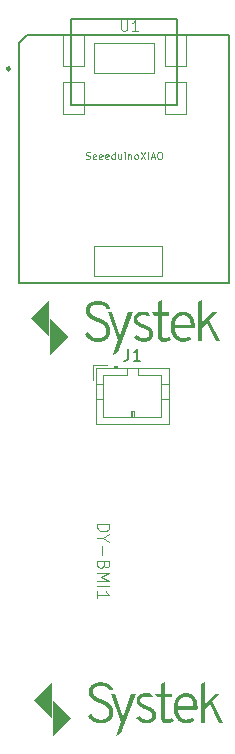
<source format=gbr>
%TF.GenerationSoftware,KiCad,Pcbnew,8.0.1*%
%TF.CreationDate,2024-04-20T15:27:58+02:00*%
%TF.ProjectId,systek_jumpsensor,73797374-656b-45f6-9a75-6d7073656e73,rev?*%
%TF.SameCoordinates,Original*%
%TF.FileFunction,Legend,Top*%
%TF.FilePolarity,Positive*%
%FSLAX46Y46*%
G04 Gerber Fmt 4.6, Leading zero omitted, Abs format (unit mm)*
G04 Created by KiCad (PCBNEW 8.0.1) date 2024-04-20 15:27:58*
%MOMM*%
%LPD*%
G01*
G04 APERTURE LIST*
%ADD10C,0.000000*%
%ADD11C,0.150000*%
%ADD12C,0.100000*%
%ADD13C,0.101600*%
%ADD14C,0.076200*%
%ADD15C,0.120000*%
%ADD16C,0.127000*%
%ADD17C,0.066040*%
%ADD18C,0.254000*%
G04 APERTURE END LIST*
D10*
G36*
X140167907Y-132294307D02*
G01*
X138639938Y-130764487D01*
X140167907Y-129234666D01*
X140167907Y-132294307D01*
G37*
G36*
X141771810Y-132294307D02*
G01*
X140241991Y-133824128D01*
X140241991Y-130764487D01*
X141771810Y-132294307D01*
G37*
G36*
X151602661Y-130187808D02*
G01*
X151653344Y-130191321D01*
X151702859Y-130197173D01*
X151751211Y-130205360D01*
X151798402Y-130215881D01*
X151844434Y-130228732D01*
X151889310Y-130243911D01*
X151933034Y-130261415D01*
X151975607Y-130281241D01*
X152017032Y-130303387D01*
X152057313Y-130327849D01*
X152096451Y-130354626D01*
X152134450Y-130383715D01*
X152171312Y-130415112D01*
X152207040Y-130448815D01*
X152241637Y-130484822D01*
X152274280Y-130523434D01*
X152304839Y-130564259D01*
X152333315Y-130607298D01*
X152359707Y-130652551D01*
X152384016Y-130700018D01*
X152406241Y-130749699D01*
X152426382Y-130801593D01*
X152444440Y-130855701D01*
X152460414Y-130912024D01*
X152474305Y-130970559D01*
X152486112Y-131031309D01*
X152495835Y-131094273D01*
X152503475Y-131159450D01*
X152509032Y-131226841D01*
X152512504Y-131296446D01*
X152513893Y-131368265D01*
X152513723Y-131399794D01*
X152513228Y-131430542D01*
X152512428Y-131460595D01*
X152511347Y-131490040D01*
X152508424Y-131547455D01*
X152504633Y-131603480D01*
X150845167Y-131603480D01*
X150851267Y-131651343D01*
X150858454Y-131697716D01*
X150866732Y-131742629D01*
X150876103Y-131786113D01*
X150886570Y-131828197D01*
X150898136Y-131868911D01*
X150910804Y-131908284D01*
X150924575Y-131946347D01*
X150939454Y-131983130D01*
X150955442Y-132018662D01*
X150972543Y-132052973D01*
X150990758Y-132086093D01*
X151010092Y-132118052D01*
X151030546Y-132148879D01*
X151052123Y-132178605D01*
X151074826Y-132207260D01*
X151098549Y-132234478D01*
X151123186Y-132259881D01*
X151148741Y-132283478D01*
X151175215Y-132305275D01*
X151202611Y-132325282D01*
X151230933Y-132343507D01*
X151260182Y-132359957D01*
X151290362Y-132374641D01*
X151321475Y-132387568D01*
X151353525Y-132398744D01*
X151386513Y-132408178D01*
X151420442Y-132415879D01*
X151455316Y-132421855D01*
X151491136Y-132426113D01*
X151527906Y-132428662D01*
X151565628Y-132429509D01*
X151594365Y-132429032D01*
X151622930Y-132427603D01*
X151651328Y-132425224D01*
X151679560Y-132421899D01*
X151707629Y-132417629D01*
X151735538Y-132412417D01*
X151763290Y-132406268D01*
X151790887Y-132399182D01*
X151818332Y-132391162D01*
X151845628Y-132382213D01*
X151872778Y-132372335D01*
X151899784Y-132361532D01*
X151926648Y-132349807D01*
X151953375Y-132337162D01*
X151979965Y-132323600D01*
X152006423Y-132309124D01*
X152295347Y-132462847D01*
X152253066Y-132496162D01*
X152210256Y-132527348D01*
X152166909Y-132556401D01*
X152123017Y-132583319D01*
X152078571Y-132608099D01*
X152033563Y-132630739D01*
X151987986Y-132651235D01*
X151941831Y-132669586D01*
X151895090Y-132685787D01*
X151847755Y-132699837D01*
X151799817Y-132711734D01*
X151751269Y-132721473D01*
X151702103Y-132729053D01*
X151652309Y-132734470D01*
X151601881Y-132737723D01*
X151550810Y-132738807D01*
X151491818Y-132737353D01*
X151434299Y-132732991D01*
X151378250Y-132725720D01*
X151323669Y-132715540D01*
X151270553Y-132702453D01*
X151218900Y-132686457D01*
X151168706Y-132667553D01*
X151119969Y-132645740D01*
X151072686Y-132621019D01*
X151026855Y-132593390D01*
X150982472Y-132562852D01*
X150939536Y-132529406D01*
X150898042Y-132493051D01*
X150857990Y-132453789D01*
X150819375Y-132411618D01*
X150782195Y-132366538D01*
X150746882Y-132319375D01*
X150713867Y-132270953D01*
X150683147Y-132221273D01*
X150654720Y-132170333D01*
X150628582Y-132118135D01*
X150604732Y-132064678D01*
X150583166Y-132009962D01*
X150563881Y-131953987D01*
X150546875Y-131896753D01*
X150532146Y-131838261D01*
X150519690Y-131778509D01*
X150509505Y-131717499D01*
X150501588Y-131655230D01*
X150495936Y-131591702D01*
X150492547Y-131526915D01*
X150491418Y-131460869D01*
X150492547Y-131387227D01*
X150495936Y-131315622D01*
X150496625Y-131307147D01*
X150834054Y-131307147D01*
X152173110Y-131307147D01*
X152172025Y-131252584D01*
X152169467Y-131200023D01*
X152165439Y-131149469D01*
X152159942Y-131100929D01*
X152152981Y-131054407D01*
X152144558Y-131009909D01*
X152134674Y-130967441D01*
X152123334Y-130927007D01*
X152110540Y-130888613D01*
X152096295Y-130852265D01*
X152080600Y-130817968D01*
X152063460Y-130785728D01*
X152044876Y-130755549D01*
X152024852Y-130727438D01*
X152003390Y-130701399D01*
X151980493Y-130677439D01*
X151956682Y-130655194D01*
X151932476Y-130634306D01*
X151907868Y-130614784D01*
X151882853Y-130596642D01*
X151857426Y-130579888D01*
X151831581Y-130564534D01*
X151805313Y-130550591D01*
X151778616Y-130538069D01*
X151751485Y-130526980D01*
X151723914Y-130517335D01*
X151695898Y-130509143D01*
X151667433Y-130502417D01*
X151638511Y-130497166D01*
X151609128Y-130493402D01*
X151579279Y-130491136D01*
X151548957Y-130490378D01*
X151511497Y-130491202D01*
X151474827Y-130493670D01*
X151438954Y-130497777D01*
X151403887Y-130503516D01*
X151369634Y-130510884D01*
X151336203Y-130519874D01*
X151303602Y-130530481D01*
X151271839Y-130542700D01*
X151240923Y-130556524D01*
X151210862Y-130571950D01*
X151181663Y-130588970D01*
X151153335Y-130607580D01*
X151125886Y-130627775D01*
X151099325Y-130649549D01*
X151073658Y-130672896D01*
X151048895Y-130697812D01*
X151024955Y-130724188D01*
X151002441Y-130751949D01*
X150981349Y-130781131D01*
X150961674Y-130811773D01*
X150943409Y-130843912D01*
X150926549Y-130877587D01*
X150911090Y-130912835D01*
X150897025Y-130949695D01*
X150884348Y-130988204D01*
X150873056Y-131028401D01*
X150863142Y-131070323D01*
X150854600Y-131114009D01*
X150847426Y-131159496D01*
X150841614Y-131206823D01*
X150837158Y-131256027D01*
X150834054Y-131307147D01*
X150496625Y-131307147D01*
X150501588Y-131246052D01*
X150509505Y-131178514D01*
X150519690Y-131113005D01*
X150532146Y-131049523D01*
X150546875Y-130988064D01*
X150563881Y-130928627D01*
X150583166Y-130871209D01*
X150604732Y-130815806D01*
X150628582Y-130762416D01*
X150654720Y-130711036D01*
X150683147Y-130661665D01*
X150713867Y-130614298D01*
X150746882Y-130568933D01*
X150782195Y-130525568D01*
X150819375Y-130484525D01*
X150857990Y-130446131D01*
X150898042Y-130410384D01*
X150939536Y-130377286D01*
X150982472Y-130346835D01*
X151026855Y-130319032D01*
X151072686Y-130293877D01*
X151119969Y-130271370D01*
X151168706Y-130251510D01*
X151218900Y-130234299D01*
X151270553Y-130219736D01*
X151323669Y-130207820D01*
X151378250Y-130198552D01*
X151434299Y-130191933D01*
X151491818Y-130187961D01*
X151550810Y-130186637D01*
X151602661Y-130187808D01*
G37*
G36*
X139921965Y-100004130D02*
G01*
X138393996Y-98474310D01*
X139921965Y-96944489D01*
X139921965Y-100004130D01*
G37*
G36*
X144377800Y-129284686D02*
G01*
X144427728Y-129287166D01*
X144478919Y-129290807D01*
X144531001Y-129295706D01*
X144583598Y-129301963D01*
X144636336Y-129309673D01*
X144688841Y-129318935D01*
X144740739Y-129329847D01*
X144791654Y-129342506D01*
X144841212Y-129357010D01*
X144889040Y-129373456D01*
X144934763Y-129391942D01*
X144978005Y-129412567D01*
X145018394Y-129435427D01*
X145055554Y-129460620D01*
X145096929Y-129492651D01*
X145139998Y-129529002D01*
X145161936Y-129549441D01*
X145184021Y-129571734D01*
X145206160Y-129596137D01*
X145228261Y-129622909D01*
X145250232Y-129652306D01*
X145271980Y-129684588D01*
X145293414Y-129720011D01*
X145314441Y-129758834D01*
X145334968Y-129801314D01*
X145354904Y-129847709D01*
X145374157Y-129898276D01*
X145392633Y-129953274D01*
X145055554Y-129953274D01*
X145046492Y-129932537D01*
X145037312Y-129912658D01*
X145027943Y-129893582D01*
X145018310Y-129875255D01*
X145008341Y-129857622D01*
X144997963Y-129840629D01*
X144987101Y-129824223D01*
X144975683Y-129808348D01*
X144963636Y-129792951D01*
X144950886Y-129777977D01*
X144937361Y-129763372D01*
X144922986Y-129749082D01*
X144907688Y-129735052D01*
X144891395Y-129721228D01*
X144874034Y-129707556D01*
X144855530Y-129693982D01*
X144833288Y-129679814D01*
X144807737Y-129666498D01*
X144779169Y-129654061D01*
X144747877Y-129642529D01*
X144714154Y-129631931D01*
X144678293Y-129622294D01*
X144640588Y-129613644D01*
X144601330Y-129606009D01*
X144560814Y-129599415D01*
X144519332Y-129593890D01*
X144477177Y-129589462D01*
X144434643Y-129586156D01*
X144392021Y-129584001D01*
X144349606Y-129583024D01*
X144307690Y-129583251D01*
X144266566Y-129584709D01*
X144230907Y-129587061D01*
X144196165Y-129589976D01*
X144162346Y-129593500D01*
X144129454Y-129597674D01*
X144097496Y-129602543D01*
X144066476Y-129608150D01*
X144036400Y-129614538D01*
X144007274Y-129621751D01*
X143979103Y-129629832D01*
X143951893Y-129638825D01*
X143925648Y-129648773D01*
X143900375Y-129659719D01*
X143876078Y-129671707D01*
X143852763Y-129684780D01*
X143830436Y-129698981D01*
X143809101Y-129714355D01*
X143788917Y-129730676D01*
X143770034Y-129747689D01*
X143752454Y-129765391D01*
X143736176Y-129783779D01*
X143721200Y-129802851D01*
X143707526Y-129822604D01*
X143695155Y-129843036D01*
X143684086Y-129864142D01*
X143674319Y-129885922D01*
X143665854Y-129908372D01*
X143658692Y-129931489D01*
X143652832Y-129955271D01*
X143648274Y-129979714D01*
X143645018Y-130004817D01*
X143643065Y-130030577D01*
X143642414Y-130056991D01*
X143642652Y-130073182D01*
X143643365Y-130089116D01*
X143644550Y-130104795D01*
X143646205Y-130120222D01*
X143648326Y-130135399D01*
X143650911Y-130150329D01*
X143653957Y-130165015D01*
X143657462Y-130179459D01*
X143661423Y-130193665D01*
X143665836Y-130207635D01*
X143670700Y-130221371D01*
X143676012Y-130234877D01*
X143681769Y-130248155D01*
X143687968Y-130261208D01*
X143694606Y-130274039D01*
X143701681Y-130286649D01*
X143709539Y-130299085D01*
X143717836Y-130311388D01*
X143726578Y-130323555D01*
X143735771Y-130335584D01*
X143745419Y-130347472D01*
X143755528Y-130359217D01*
X143766105Y-130370814D01*
X143777153Y-130382263D01*
X143788679Y-130393559D01*
X143800687Y-130404701D01*
X143813184Y-130415686D01*
X143826175Y-130426510D01*
X143839665Y-130437172D01*
X143853660Y-130447668D01*
X143868165Y-130457996D01*
X143883185Y-130468153D01*
X143913570Y-130487860D01*
X143943609Y-130506700D01*
X143973300Y-130524671D01*
X144002644Y-130541774D01*
X144031641Y-130558008D01*
X144060290Y-130573375D01*
X144088593Y-130587873D01*
X144116548Y-130601503D01*
X144176596Y-130628966D01*
X144245499Y-130658686D01*
X144323083Y-130690837D01*
X144409176Y-130725593D01*
X144457710Y-130744515D01*
X144504703Y-130763763D01*
X144550177Y-130783315D01*
X144594153Y-130803149D01*
X144636654Y-130823243D01*
X144677700Y-130843577D01*
X144717314Y-130864127D01*
X144755517Y-130884872D01*
X144793021Y-130906482D01*
X144830526Y-130929611D01*
X144868031Y-130954217D01*
X144905535Y-130980254D01*
X144943040Y-131007681D01*
X144980545Y-131036454D01*
X145018050Y-131066528D01*
X145055554Y-131097862D01*
X145074047Y-131114358D01*
X145092025Y-131131207D01*
X145109492Y-131148413D01*
X145126455Y-131165984D01*
X145142918Y-131183923D01*
X145158888Y-131202237D01*
X145174369Y-131220930D01*
X145189368Y-131240009D01*
X145203889Y-131259479D01*
X145217937Y-131279344D01*
X145231520Y-131299611D01*
X145244641Y-131320285D01*
X145257306Y-131341372D01*
X145269520Y-131362876D01*
X145281290Y-131384804D01*
X145292620Y-131407160D01*
X145302713Y-131429906D01*
X145312154Y-131452999D01*
X145320944Y-131476439D01*
X145329083Y-131500227D01*
X145336571Y-131524362D01*
X145343408Y-131548844D01*
X145349594Y-131573674D01*
X145355128Y-131598851D01*
X145360012Y-131624375D01*
X145364244Y-131650246D01*
X145367825Y-131676464D01*
X145370755Y-131703030D01*
X145373034Y-131729943D01*
X145374662Y-131757203D01*
X145375639Y-131784811D01*
X145375964Y-131812766D01*
X145374835Y-131866222D01*
X145371446Y-131918241D01*
X145365795Y-131968816D01*
X145357878Y-132017942D01*
X145347692Y-132065614D01*
X145335237Y-132111827D01*
X145320507Y-132156574D01*
X145303501Y-132199852D01*
X145284217Y-132241653D01*
X145262651Y-132281973D01*
X145238800Y-132320806D01*
X145212662Y-132358147D01*
X145184235Y-132393990D01*
X145153515Y-132428331D01*
X145120500Y-132461163D01*
X145085187Y-132492481D01*
X145048029Y-132522411D01*
X145009480Y-132550391D01*
X144969535Y-132576423D01*
X144928194Y-132600509D01*
X144885453Y-132622653D01*
X144841309Y-132642858D01*
X144795760Y-132661125D01*
X144748802Y-132677458D01*
X144700434Y-132691859D01*
X144650653Y-132704331D01*
X144599455Y-132714877D01*
X144546838Y-132723499D01*
X144492800Y-132730201D01*
X144437338Y-132734984D01*
X144380448Y-132737852D01*
X144322129Y-132738808D01*
X144271840Y-132738027D01*
X144222376Y-132735690D01*
X144173737Y-132731800D01*
X144125923Y-132726364D01*
X144078934Y-132719387D01*
X144032769Y-132710875D01*
X143987429Y-132700832D01*
X143942914Y-132689264D01*
X143899224Y-132676178D01*
X143856358Y-132661577D01*
X143814317Y-132645468D01*
X143773101Y-132627856D01*
X143732710Y-132608747D01*
X143693143Y-132588145D01*
X143654401Y-132566056D01*
X143616484Y-132542487D01*
X143582735Y-132519631D01*
X143550247Y-132496206D01*
X143519024Y-132472206D01*
X143489067Y-132447625D01*
X143460380Y-132422459D01*
X143432966Y-132396700D01*
X143406826Y-132370345D01*
X143381965Y-132343388D01*
X143358384Y-132315823D01*
X143336086Y-132287644D01*
X143315074Y-132258847D01*
X143295351Y-132229427D01*
X143276919Y-132199376D01*
X143259782Y-132168691D01*
X143243941Y-132137366D01*
X143229399Y-132105395D01*
X143525732Y-131946116D01*
X143539320Y-131973876D01*
X143553695Y-132000900D01*
X143568861Y-132027193D01*
X143584825Y-132052755D01*
X143601593Y-132077590D01*
X143619169Y-132101701D01*
X143637558Y-132125091D01*
X143656767Y-132147761D01*
X143676801Y-132169715D01*
X143697665Y-132190956D01*
X143719365Y-132211486D01*
X143741905Y-132231307D01*
X143765292Y-132250424D01*
X143789531Y-132268837D01*
X143814627Y-132286551D01*
X143840586Y-132303567D01*
X143867218Y-132319715D01*
X143894333Y-132334821D01*
X143921936Y-132348886D01*
X143950033Y-132361908D01*
X143978629Y-132373889D01*
X144007730Y-132384828D01*
X144037340Y-132394725D01*
X144067466Y-132403580D01*
X144098114Y-132411394D01*
X144129287Y-132418165D01*
X144160992Y-132423895D01*
X144193235Y-132428583D01*
X144226019Y-132432230D01*
X144259352Y-132434834D01*
X144293239Y-132436397D01*
X144327684Y-132436918D01*
X144368119Y-132436309D01*
X144407469Y-132434480D01*
X144445733Y-132431424D01*
X144482912Y-132427137D01*
X144519006Y-132421612D01*
X144554015Y-132414845D01*
X144587939Y-132406830D01*
X144620777Y-132397561D01*
X144652530Y-132387034D01*
X144683198Y-132375242D01*
X144712781Y-132362180D01*
X144741278Y-132347844D01*
X144768690Y-132332227D01*
X144795017Y-132315324D01*
X144820259Y-132297130D01*
X144844416Y-132277638D01*
X144867292Y-132256976D01*
X144888692Y-132235272D01*
X144908616Y-132212526D01*
X144927065Y-132188738D01*
X144944038Y-132163909D01*
X144959534Y-132138038D01*
X144973555Y-132111125D01*
X144986100Y-132083170D01*
X144997170Y-132054173D01*
X145006763Y-132024135D01*
X145014880Y-131993054D01*
X145021522Y-131960932D01*
X145026687Y-131927768D01*
X145030377Y-131893563D01*
X145032591Y-131858315D01*
X145033329Y-131822026D01*
X145032526Y-131787321D01*
X145030117Y-131753358D01*
X145026102Y-131720137D01*
X145020480Y-131687663D01*
X145013253Y-131655937D01*
X145004419Y-131624963D01*
X144993980Y-131594744D01*
X144981934Y-131565281D01*
X144968282Y-131536577D01*
X144953024Y-131508637D01*
X144936160Y-131481461D01*
X144917690Y-131455053D01*
X144897614Y-131429415D01*
X144875931Y-131404551D01*
X144852643Y-131380463D01*
X144827748Y-131357153D01*
X144801528Y-131334429D01*
X144774262Y-131312102D01*
X144745942Y-131290177D01*
X144716565Y-131268658D01*
X144686124Y-131247552D01*
X144654614Y-131226863D01*
X144622030Y-131206598D01*
X144588366Y-131186761D01*
X144553617Y-131167359D01*
X144517777Y-131148396D01*
X144480841Y-131129878D01*
X144442804Y-131111810D01*
X144403659Y-131094198D01*
X144363403Y-131077047D01*
X144322029Y-131060363D01*
X144279531Y-131044151D01*
X144229004Y-131025319D01*
X144180213Y-131006357D01*
X144133158Y-130987308D01*
X144087840Y-130968215D01*
X144044258Y-130949123D01*
X144002413Y-130930074D01*
X143962304Y-130911112D01*
X143923931Y-130892280D01*
X143886340Y-130872837D01*
X143848574Y-130852026D01*
X143810636Y-130829870D01*
X143772523Y-130806390D01*
X143734237Y-130781607D01*
X143695777Y-130755544D01*
X143657144Y-130728222D01*
X143618337Y-130699663D01*
X143599499Y-130684884D01*
X143581187Y-130669719D01*
X143563407Y-130654174D01*
X143546164Y-130638255D01*
X143529463Y-130621967D01*
X143513311Y-130605315D01*
X143497712Y-130588306D01*
X143482672Y-130570943D01*
X143468196Y-130553234D01*
X143454290Y-130535182D01*
X143440959Y-130516794D01*
X143428209Y-130498075D01*
X143416045Y-130479031D01*
X143404472Y-130459666D01*
X143393496Y-130439987D01*
X143383123Y-130419999D01*
X143373356Y-130399706D01*
X143364200Y-130379115D01*
X143355657Y-130358232D01*
X143347730Y-130337060D01*
X143340422Y-130315607D01*
X143333735Y-130293876D01*
X143327672Y-130271875D01*
X143322235Y-130249607D01*
X143317428Y-130227079D01*
X143313253Y-130204296D01*
X143309713Y-130181264D01*
X143306811Y-130157987D01*
X143304549Y-130134471D01*
X143302929Y-130110723D01*
X143301956Y-130086746D01*
X143301631Y-130062547D01*
X143302672Y-130021961D01*
X143305798Y-129982159D01*
X143311007Y-129943143D01*
X143318299Y-129904917D01*
X143327676Y-129867484D01*
X143339135Y-129830845D01*
X143352679Y-129795004D01*
X143368306Y-129759963D01*
X143386016Y-129725725D01*
X143405810Y-129692293D01*
X143427688Y-129659670D01*
X143451649Y-129627857D01*
X143477694Y-129596859D01*
X143505823Y-129566677D01*
X143536035Y-129537314D01*
X143568330Y-129508774D01*
X143602384Y-129481514D01*
X143637867Y-129455993D01*
X143674777Y-129432214D01*
X143713112Y-129410179D01*
X143752868Y-129389892D01*
X143794043Y-129371354D01*
X143836634Y-129354569D01*
X143880639Y-129339540D01*
X143926054Y-129326268D01*
X143972877Y-129314757D01*
X144021106Y-129305010D01*
X144070738Y-129297028D01*
X144121769Y-129290816D01*
X144174198Y-129286375D01*
X144228021Y-129283709D01*
X144283235Y-129282820D01*
X144377800Y-129284686D01*
G37*
G36*
X149493529Y-97961283D02*
G01*
X150123238Y-97961283D01*
X150123238Y-98257616D01*
X149493529Y-98257616D01*
X149493529Y-99746691D01*
X149493746Y-99769632D01*
X149494394Y-99791919D01*
X149495471Y-99813549D01*
X149496973Y-99834521D01*
X149498899Y-99854830D01*
X149501245Y-99874474D01*
X149504010Y-99893451D01*
X149507189Y-99911758D01*
X149510780Y-99929392D01*
X149514782Y-99946351D01*
X149519190Y-99962631D01*
X149524002Y-99978231D01*
X149529217Y-99993146D01*
X149534829Y-100007376D01*
X149540838Y-100020916D01*
X149547241Y-100033764D01*
X149554251Y-100045875D01*
X149562086Y-100057205D01*
X149570746Y-100067753D01*
X149580231Y-100077520D01*
X149590541Y-100086505D01*
X149601675Y-100094709D01*
X149613634Y-100102132D01*
X149626418Y-100108774D01*
X149640026Y-100114634D01*
X149654459Y-100119712D01*
X149669717Y-100124010D01*
X149685800Y-100127526D01*
X149702707Y-100130261D01*
X149720440Y-100132214D01*
X149738997Y-100133386D01*
X149758378Y-100133777D01*
X149778042Y-100133213D01*
X149798140Y-100131523D01*
X149818672Y-100128710D01*
X149839638Y-100124777D01*
X149861038Y-100119725D01*
X149882873Y-100113559D01*
X149905141Y-100106281D01*
X149927844Y-100097892D01*
X149950980Y-100088397D01*
X149974551Y-100077798D01*
X149998556Y-100066097D01*
X150022995Y-100053297D01*
X150047868Y-100039402D01*
X150073175Y-100024413D01*
X150098916Y-100008333D01*
X150125091Y-99991166D01*
X150265849Y-100257867D01*
X150201338Y-100291446D01*
X150142252Y-100320834D01*
X150088158Y-100346309D01*
X150038622Y-100368152D01*
X149993210Y-100386642D01*
X149951487Y-100402058D01*
X149913020Y-100414679D01*
X149877375Y-100424785D01*
X149844117Y-100432656D01*
X149812813Y-100438571D01*
X149783027Y-100442809D01*
X149754327Y-100445650D01*
X149726278Y-100447373D01*
X149698446Y-100448258D01*
X149641697Y-100448631D01*
X149612126Y-100448088D01*
X149583487Y-100446460D01*
X149555783Y-100443746D01*
X149529013Y-100439946D01*
X149503178Y-100435059D01*
X149478278Y-100429085D01*
X149454313Y-100422024D01*
X149431283Y-100413875D01*
X149409190Y-100404639D01*
X149388033Y-100394314D01*
X149367813Y-100382901D01*
X149348529Y-100370398D01*
X149330183Y-100356807D01*
X149312775Y-100342126D01*
X149296305Y-100326354D01*
X149280773Y-100309493D01*
X149266180Y-100291541D01*
X149252525Y-100272498D01*
X149239811Y-100252364D01*
X149228035Y-100231138D01*
X149217200Y-100208820D01*
X149207306Y-100185409D01*
X149198352Y-100160906D01*
X149190339Y-100135310D01*
X149183268Y-100108621D01*
X149177138Y-100080838D01*
X149167705Y-100021990D01*
X149162044Y-99958762D01*
X149160156Y-99891154D01*
X149160156Y-98257616D01*
X148830484Y-98257616D01*
X148673057Y-97961283D01*
X149160155Y-97961283D01*
X149160155Y-97114880D01*
X149493529Y-96948193D01*
X149493529Y-97961283D01*
G37*
G36*
X146116799Y-131981305D02*
G01*
X146124758Y-132006771D01*
X146134626Y-132036404D01*
X146146230Y-132070899D01*
X146159397Y-132110950D01*
X146173288Y-132150510D01*
X146184400Y-132182950D01*
X146192735Y-132208098D01*
X146198290Y-132225780D01*
X146283486Y-131979453D01*
X146907638Y-130251460D01*
X147265091Y-130251460D01*
X146022342Y-133611139D01*
X145611179Y-133825980D01*
X146053828Y-132609161D01*
X145161123Y-130251460D01*
X145500054Y-130251460D01*
X146116799Y-131981305D01*
G37*
G36*
X147927365Y-97898586D02*
G01*
X147963548Y-97899378D01*
X148031630Y-97902334D01*
X148094634Y-97906809D01*
X148153318Y-97912434D01*
X148208443Y-97918840D01*
X148260768Y-97925659D01*
X148360057Y-97939057D01*
X148528596Y-98255764D01*
X148454936Y-98250479D01*
X148375481Y-98242307D01*
X148206566Y-98221732D01*
X148120795Y-98211541D01*
X148036608Y-98202892D01*
X147955850Y-98196891D01*
X147917334Y-98195230D01*
X147880367Y-98194645D01*
X147854668Y-98194971D01*
X147829659Y-98195951D01*
X147805333Y-98197587D01*
X147781685Y-98199883D01*
X147758711Y-98202841D01*
X147736403Y-98206463D01*
X147714758Y-98210753D01*
X147693769Y-98215713D01*
X147673431Y-98221345D01*
X147653739Y-98227654D01*
X147634688Y-98234640D01*
X147616271Y-98242307D01*
X147598483Y-98250659D01*
X147581320Y-98259696D01*
X147564775Y-98269423D01*
X147548843Y-98279841D01*
X147533694Y-98290845D01*
X147519503Y-98302327D01*
X147506272Y-98314286D01*
X147494004Y-98326722D01*
X147482702Y-98339636D01*
X147472369Y-98353028D01*
X147463007Y-98366896D01*
X147454619Y-98381243D01*
X147447207Y-98396067D01*
X147440775Y-98411368D01*
X147435325Y-98427147D01*
X147430860Y-98443404D01*
X147427382Y-98460137D01*
X147424895Y-98477349D01*
X147423400Y-98495038D01*
X147422902Y-98513204D01*
X147423032Y-98522189D01*
X147423422Y-98531088D01*
X147424074Y-98539900D01*
X147424985Y-98548625D01*
X147426157Y-98557263D01*
X147427590Y-98565814D01*
X147429283Y-98574279D01*
X147431236Y-98582657D01*
X147433450Y-98590948D01*
X147435924Y-98599152D01*
X147438659Y-98607269D01*
X147441654Y-98615300D01*
X147444910Y-98623244D01*
X147448426Y-98631100D01*
X147452203Y-98638871D01*
X147456240Y-98646554D01*
X147460450Y-98654107D01*
X147464744Y-98661490D01*
X147469119Y-98668704D01*
X147473574Y-98675753D01*
X147478104Y-98682639D01*
X147482707Y-98689365D01*
X147487381Y-98695934D01*
X147492123Y-98702348D01*
X147496930Y-98708610D01*
X147501800Y-98714723D01*
X147506729Y-98720689D01*
X147511715Y-98726512D01*
X147516755Y-98732193D01*
X147521847Y-98737736D01*
X147526987Y-98743144D01*
X147532174Y-98748418D01*
X147537578Y-98753649D01*
X147543374Y-98758927D01*
X147549559Y-98764253D01*
X147556136Y-98769631D01*
X147570461Y-98780551D01*
X147586348Y-98791711D01*
X147603798Y-98803131D01*
X147622811Y-98814833D01*
X147643387Y-98826839D01*
X147665525Y-98839170D01*
X147687225Y-98851238D01*
X147707862Y-98862437D01*
X147727414Y-98872768D01*
X147745859Y-98882231D01*
X147763175Y-98890826D01*
X147779341Y-98898553D01*
X147794335Y-98905411D01*
X147808135Y-98911402D01*
X147838695Y-98923151D01*
X147877588Y-98938720D01*
X147980379Y-98979929D01*
X148047690Y-99006639D01*
X148107709Y-99031093D01*
X148160088Y-99053115D01*
X148204480Y-99072533D01*
X148225233Y-99082090D01*
X148247223Y-99092732D01*
X148270472Y-99104503D01*
X148295001Y-99117446D01*
X148320833Y-99131604D01*
X148347988Y-99147021D01*
X148376489Y-99163740D01*
X148406358Y-99181806D01*
X148435434Y-99200478D01*
X148462904Y-99219021D01*
X148476023Y-99228257D01*
X148488725Y-99237477D01*
X148501003Y-99246686D01*
X148512852Y-99255889D01*
X148524268Y-99265092D01*
X148535244Y-99274301D01*
X148545775Y-99283521D01*
X148555856Y-99292757D01*
X148565480Y-99302015D01*
X148574644Y-99311300D01*
X148583341Y-99320617D01*
X148591566Y-99329972D01*
X148607363Y-99349336D01*
X148622791Y-99369937D01*
X148637828Y-99391796D01*
X148652453Y-99414936D01*
X148666644Y-99439379D01*
X148680379Y-99465145D01*
X148693637Y-99492257D01*
X148706396Y-99520737D01*
X148712452Y-99535429D01*
X148718119Y-99550334D01*
X148723402Y-99565444D01*
X148728302Y-99580756D01*
X148732823Y-99596262D01*
X148736966Y-99611959D01*
X148740735Y-99627840D01*
X148744132Y-99643900D01*
X148747160Y-99660134D01*
X148749822Y-99676536D01*
X148752120Y-99693101D01*
X148754058Y-99709823D01*
X148755637Y-99726697D01*
X148756861Y-99743717D01*
X148758254Y-99778177D01*
X148757386Y-99815898D01*
X148754781Y-99852661D01*
X148750440Y-99888464D01*
X148744363Y-99923305D01*
X148736550Y-99957179D01*
X148727000Y-99990084D01*
X148715714Y-100022019D01*
X148702691Y-100052979D01*
X148687933Y-100082963D01*
X148671437Y-100111967D01*
X148653206Y-100139989D01*
X148633238Y-100167027D01*
X148611534Y-100193077D01*
X148588094Y-100218136D01*
X148562917Y-100242203D01*
X148536004Y-100265274D01*
X148507635Y-100287151D01*
X148478090Y-100307637D01*
X148447361Y-100326728D01*
X148415445Y-100344422D01*
X148382334Y-100360715D01*
X148348024Y-100375607D01*
X148312510Y-100389093D01*
X148275786Y-100401170D01*
X148237846Y-100411837D01*
X148198686Y-100421091D01*
X148158299Y-100428928D01*
X148116681Y-100435347D01*
X148073825Y-100440344D01*
X148029727Y-100443916D01*
X147984381Y-100446062D01*
X147937781Y-100446778D01*
X147878182Y-100445128D01*
X147819537Y-100440176D01*
X147761848Y-100431920D01*
X147705113Y-100420357D01*
X147649334Y-100405483D01*
X147594509Y-100387298D01*
X147540640Y-100365797D01*
X147487725Y-100340977D01*
X147435766Y-100312838D01*
X147384761Y-100281374D01*
X147334711Y-100246585D01*
X147285617Y-100208467D01*
X147237477Y-100167017D01*
X147190292Y-100122233D01*
X147144062Y-100074112D01*
X147098787Y-100022651D01*
X147382156Y-99872632D01*
X147415059Y-99906599D01*
X147448476Y-99938356D01*
X147482404Y-99967904D01*
X147516837Y-99995246D01*
X147551769Y-100020385D01*
X147587194Y-100043324D01*
X147623108Y-100064066D01*
X147659505Y-100082612D01*
X147696379Y-100098967D01*
X147733726Y-100113132D01*
X147771539Y-100125110D01*
X147809813Y-100134904D01*
X147848543Y-100142518D01*
X147887724Y-100147952D01*
X147927349Y-100151211D01*
X147967414Y-100152297D01*
X147993176Y-100151928D01*
X148018372Y-100150824D01*
X148042997Y-100148988D01*
X148067050Y-100146422D01*
X148090528Y-100143129D01*
X148113428Y-100139111D01*
X148135748Y-100134372D01*
X148157484Y-100128914D01*
X148178634Y-100122740D01*
X148199196Y-100115852D01*
X148219166Y-100108253D01*
X148238542Y-100099946D01*
X148257321Y-100090934D01*
X148275500Y-100081220D01*
X148293077Y-100070805D01*
X148310049Y-100059693D01*
X148326197Y-100047930D01*
X148341303Y-100035561D01*
X148355368Y-100022591D01*
X148368390Y-100009021D01*
X148380371Y-99994854D01*
X148391309Y-99980093D01*
X148401207Y-99964740D01*
X148410062Y-99948799D01*
X148417875Y-99932272D01*
X148424647Y-99915161D01*
X148430377Y-99897470D01*
X148435065Y-99879201D01*
X148438711Y-99860357D01*
X148441316Y-99840940D01*
X148442878Y-99820954D01*
X148443399Y-99800401D01*
X148443204Y-99787291D01*
X148442621Y-99774356D01*
X148441653Y-99761594D01*
X148440303Y-99749005D01*
X148438572Y-99736591D01*
X148436465Y-99724350D01*
X148433983Y-99712282D01*
X148431129Y-99700388D01*
X148427907Y-99688668D01*
X148424318Y-99677121D01*
X148420366Y-99665748D01*
X148416052Y-99654549D01*
X148411381Y-99643523D01*
X148406354Y-99632671D01*
X148400975Y-99621993D01*
X148395245Y-99611488D01*
X148389125Y-99601135D01*
X148382571Y-99590909D01*
X148375582Y-99580808D01*
X148368159Y-99570829D01*
X148360303Y-99560970D01*
X148352012Y-99551227D01*
X148343287Y-99541598D01*
X148334128Y-99532080D01*
X148324534Y-99522671D01*
X148314507Y-99513367D01*
X148304046Y-99504167D01*
X148293150Y-99495067D01*
X148281821Y-99486065D01*
X148270057Y-99477158D01*
X148257859Y-99468343D01*
X148245227Y-99459617D01*
X148219877Y-99442771D01*
X148195221Y-99426945D01*
X148171260Y-99412118D01*
X148147993Y-99398267D01*
X148125421Y-99385371D01*
X148103543Y-99373409D01*
X148082359Y-99362358D01*
X148061871Y-99352197D01*
X148017740Y-99332750D01*
X147965795Y-99310524D01*
X147905862Y-99285521D01*
X147837769Y-99257740D01*
X147755496Y-99222637D01*
X147717279Y-99205813D01*
X147681036Y-99189445D01*
X147646791Y-99173510D01*
X147614564Y-99157988D01*
X147584377Y-99142857D01*
X147556253Y-99128094D01*
X147529075Y-99113610D01*
X147501703Y-99097998D01*
X147474113Y-99081344D01*
X147446285Y-99063734D01*
X147418196Y-99045257D01*
X147389825Y-99025998D01*
X147361151Y-99006045D01*
X147332150Y-98985484D01*
X147317825Y-98974915D01*
X147304014Y-98964047D01*
X147290714Y-98952887D01*
X147277919Y-98941439D01*
X147265623Y-98929709D01*
X147253820Y-98917702D01*
X147242506Y-98905424D01*
X147231675Y-98892880D01*
X147221321Y-98880075D01*
X147211439Y-98867016D01*
X147202024Y-98853707D01*
X147193071Y-98840153D01*
X147184573Y-98826361D01*
X147176525Y-98812336D01*
X147168922Y-98798083D01*
X147161759Y-98783607D01*
X147155031Y-98768892D01*
X147148736Y-98753919D01*
X147142876Y-98738692D01*
X147137450Y-98723212D01*
X147132458Y-98707482D01*
X147127900Y-98691506D01*
X147123776Y-98675285D01*
X147120087Y-98658823D01*
X147116831Y-98642122D01*
X147114009Y-98625185D01*
X147111622Y-98608015D01*
X147109668Y-98590614D01*
X147108149Y-98572985D01*
X147107064Y-98555132D01*
X147106413Y-98537055D01*
X147106196Y-98518759D01*
X147107043Y-98484771D01*
X147109585Y-98451567D01*
X147113826Y-98419149D01*
X147119768Y-98387521D01*
X147127414Y-98356686D01*
X147136766Y-98326645D01*
X147147827Y-98297402D01*
X147160601Y-98268959D01*
X147175089Y-98241319D01*
X147191294Y-98214486D01*
X147209219Y-98188460D01*
X147228867Y-98163246D01*
X147250241Y-98138845D01*
X147273343Y-98115262D01*
X147298175Y-98092497D01*
X147324742Y-98070555D01*
X147352654Y-98049697D01*
X147381527Y-98030185D01*
X147411366Y-98012019D01*
X147442175Y-97995198D01*
X147473962Y-97979723D01*
X147506731Y-97965594D01*
X147540487Y-97952810D01*
X147575236Y-97941372D01*
X147610984Y-97931280D01*
X147647735Y-97922533D01*
X147685496Y-97915132D01*
X147724271Y-97909077D01*
X147764066Y-97904367D01*
X147804887Y-97901003D01*
X147846739Y-97898984D01*
X147889627Y-97898311D01*
X147927365Y-97898586D01*
G37*
G36*
X148173307Y-130188763D02*
G01*
X148209490Y-130189555D01*
X148277572Y-130192511D01*
X148340576Y-130196986D01*
X148399260Y-130202611D01*
X148454385Y-130209017D01*
X148506710Y-130215836D01*
X148605999Y-130229234D01*
X148774538Y-130545941D01*
X148700878Y-130540656D01*
X148621423Y-130532484D01*
X148452508Y-130511909D01*
X148366737Y-130501718D01*
X148282550Y-130493069D01*
X148201792Y-130487068D01*
X148163276Y-130485407D01*
X148126309Y-130484822D01*
X148100610Y-130485148D01*
X148075601Y-130486128D01*
X148051275Y-130487764D01*
X148027627Y-130490060D01*
X148004653Y-130493018D01*
X147982345Y-130496640D01*
X147960700Y-130500930D01*
X147939711Y-130505890D01*
X147919373Y-130511522D01*
X147899681Y-130517831D01*
X147880630Y-130524817D01*
X147862213Y-130532484D01*
X147844425Y-130540836D01*
X147827262Y-130549873D01*
X147810717Y-130559600D01*
X147794785Y-130570018D01*
X147779636Y-130581022D01*
X147765445Y-130592504D01*
X147752214Y-130604463D01*
X147739946Y-130616899D01*
X147728644Y-130629813D01*
X147718311Y-130643205D01*
X147708949Y-130657073D01*
X147700561Y-130671420D01*
X147693149Y-130686244D01*
X147686717Y-130701545D01*
X147681267Y-130717324D01*
X147676802Y-130733581D01*
X147673324Y-130750314D01*
X147670837Y-130767526D01*
X147669342Y-130785215D01*
X147668844Y-130803381D01*
X147668974Y-130812366D01*
X147669364Y-130821265D01*
X147670016Y-130830077D01*
X147670927Y-130838802D01*
X147672099Y-130847440D01*
X147673532Y-130855991D01*
X147675225Y-130864456D01*
X147677178Y-130872834D01*
X147679392Y-130881125D01*
X147681866Y-130889329D01*
X147684601Y-130897446D01*
X147687596Y-130905477D01*
X147690852Y-130913421D01*
X147694368Y-130921277D01*
X147698145Y-130929048D01*
X147702182Y-130936731D01*
X147706392Y-130944284D01*
X147710686Y-130951667D01*
X147715061Y-130958881D01*
X147719516Y-130965930D01*
X147724046Y-130972816D01*
X147728649Y-130979542D01*
X147733323Y-130986111D01*
X147738065Y-130992525D01*
X147742872Y-130998787D01*
X147747742Y-131004900D01*
X147752671Y-131010866D01*
X147757657Y-131016689D01*
X147762697Y-131022370D01*
X147767789Y-131027913D01*
X147772929Y-131033321D01*
X147778116Y-131038595D01*
X147783520Y-131043826D01*
X147789316Y-131049104D01*
X147795501Y-131054430D01*
X147802078Y-131059808D01*
X147816403Y-131070728D01*
X147832290Y-131081888D01*
X147849740Y-131093308D01*
X147868753Y-131105010D01*
X147889329Y-131117016D01*
X147911467Y-131129347D01*
X147933167Y-131141415D01*
X147953804Y-131152614D01*
X147973356Y-131162945D01*
X147991801Y-131172408D01*
X148009117Y-131181003D01*
X148025283Y-131188730D01*
X148040277Y-131195588D01*
X148054077Y-131201579D01*
X148084637Y-131213328D01*
X148123530Y-131228897D01*
X148226321Y-131270106D01*
X148293632Y-131296816D01*
X148353651Y-131321270D01*
X148406030Y-131343292D01*
X148450422Y-131362710D01*
X148471175Y-131372267D01*
X148493165Y-131382909D01*
X148516414Y-131394680D01*
X148540943Y-131407623D01*
X148566775Y-131421781D01*
X148593930Y-131437198D01*
X148622431Y-131453917D01*
X148652300Y-131471983D01*
X148681376Y-131490655D01*
X148708846Y-131509198D01*
X148721965Y-131518434D01*
X148734667Y-131527654D01*
X148746945Y-131536863D01*
X148758794Y-131546066D01*
X148770210Y-131555269D01*
X148781186Y-131564478D01*
X148791717Y-131573698D01*
X148801798Y-131582934D01*
X148811422Y-131592192D01*
X148820586Y-131601477D01*
X148829283Y-131610794D01*
X148837508Y-131620149D01*
X148853305Y-131639513D01*
X148868733Y-131660114D01*
X148883770Y-131681973D01*
X148898395Y-131705113D01*
X148912586Y-131729556D01*
X148926321Y-131755322D01*
X148939579Y-131782434D01*
X148952338Y-131810914D01*
X148958394Y-131825606D01*
X148964061Y-131840511D01*
X148969344Y-131855621D01*
X148974244Y-131870933D01*
X148978765Y-131886439D01*
X148982908Y-131902136D01*
X148986677Y-131918017D01*
X148990074Y-131934077D01*
X148993102Y-131950311D01*
X148995764Y-131966713D01*
X148998062Y-131983278D01*
X149000000Y-132000000D01*
X149001579Y-132016874D01*
X149002803Y-132033894D01*
X149004196Y-132068354D01*
X149003328Y-132106075D01*
X149000723Y-132142838D01*
X148996382Y-132178641D01*
X148990305Y-132213482D01*
X148982492Y-132247356D01*
X148972942Y-132280261D01*
X148961656Y-132312196D01*
X148948633Y-132343156D01*
X148933875Y-132373140D01*
X148917379Y-132402144D01*
X148899148Y-132430166D01*
X148879180Y-132457204D01*
X148857476Y-132483254D01*
X148834036Y-132508313D01*
X148808859Y-132532380D01*
X148781946Y-132555451D01*
X148753577Y-132577328D01*
X148724032Y-132597814D01*
X148693303Y-132616905D01*
X148661387Y-132634599D01*
X148628276Y-132650892D01*
X148593966Y-132665784D01*
X148558452Y-132679270D01*
X148521728Y-132691347D01*
X148483788Y-132702014D01*
X148444628Y-132711268D01*
X148404241Y-132719105D01*
X148362623Y-132725524D01*
X148319767Y-132730521D01*
X148275669Y-132734093D01*
X148230323Y-132736239D01*
X148183723Y-132736955D01*
X148124124Y-132735305D01*
X148065479Y-132730353D01*
X148007790Y-132722097D01*
X147951055Y-132710534D01*
X147895276Y-132695660D01*
X147840451Y-132677475D01*
X147786582Y-132655974D01*
X147733667Y-132631154D01*
X147681708Y-132603015D01*
X147630703Y-132571551D01*
X147580653Y-132536762D01*
X147531559Y-132498644D01*
X147483419Y-132457194D01*
X147436234Y-132412410D01*
X147390004Y-132364289D01*
X147344729Y-132312828D01*
X147628098Y-132162809D01*
X147661001Y-132196776D01*
X147694418Y-132228533D01*
X147728346Y-132258081D01*
X147762779Y-132285423D01*
X147797711Y-132310562D01*
X147833136Y-132333501D01*
X147869050Y-132354243D01*
X147905447Y-132372789D01*
X147942321Y-132389144D01*
X147979668Y-132403309D01*
X148017481Y-132415287D01*
X148055755Y-132425081D01*
X148094485Y-132432695D01*
X148133666Y-132438129D01*
X148173291Y-132441388D01*
X148213356Y-132442474D01*
X148239118Y-132442105D01*
X148264314Y-132441001D01*
X148288939Y-132439165D01*
X148312992Y-132436599D01*
X148336470Y-132433306D01*
X148359370Y-132429288D01*
X148381690Y-132424549D01*
X148403426Y-132419091D01*
X148424576Y-132412917D01*
X148445138Y-132406029D01*
X148465108Y-132398430D01*
X148484484Y-132390123D01*
X148503263Y-132381111D01*
X148521442Y-132371397D01*
X148539019Y-132360982D01*
X148555991Y-132349870D01*
X148572139Y-132338107D01*
X148587245Y-132325738D01*
X148601310Y-132312768D01*
X148614332Y-132299198D01*
X148626313Y-132285031D01*
X148637251Y-132270270D01*
X148647149Y-132254917D01*
X148656004Y-132238976D01*
X148663817Y-132222449D01*
X148670589Y-132205338D01*
X148676319Y-132187647D01*
X148681007Y-132169378D01*
X148684653Y-132150534D01*
X148687258Y-132131117D01*
X148688820Y-132111131D01*
X148689341Y-132090578D01*
X148689146Y-132077468D01*
X148688563Y-132064533D01*
X148687595Y-132051771D01*
X148686245Y-132039182D01*
X148684514Y-132026768D01*
X148682407Y-132014527D01*
X148679925Y-132002459D01*
X148677071Y-131990565D01*
X148673849Y-131978845D01*
X148670260Y-131967298D01*
X148666308Y-131955925D01*
X148661994Y-131944726D01*
X148657323Y-131933700D01*
X148652296Y-131922848D01*
X148646917Y-131912170D01*
X148641187Y-131901665D01*
X148635067Y-131891312D01*
X148628513Y-131881086D01*
X148621524Y-131870985D01*
X148614101Y-131861006D01*
X148606245Y-131851147D01*
X148597954Y-131841404D01*
X148589229Y-131831775D01*
X148580070Y-131822257D01*
X148570476Y-131812848D01*
X148560449Y-131803544D01*
X148549988Y-131794344D01*
X148539092Y-131785244D01*
X148527763Y-131776242D01*
X148515999Y-131767335D01*
X148503801Y-131758520D01*
X148491169Y-131749794D01*
X148465819Y-131732948D01*
X148441163Y-131717122D01*
X148417202Y-131702295D01*
X148393935Y-131688444D01*
X148371363Y-131675548D01*
X148349485Y-131663586D01*
X148328301Y-131652535D01*
X148307813Y-131642374D01*
X148263682Y-131622927D01*
X148211737Y-131600701D01*
X148151804Y-131575698D01*
X148083711Y-131547917D01*
X148001438Y-131512814D01*
X147963221Y-131495990D01*
X147926978Y-131479622D01*
X147892733Y-131463687D01*
X147860506Y-131448165D01*
X147830319Y-131433034D01*
X147802195Y-131418271D01*
X147775017Y-131403787D01*
X147747645Y-131388175D01*
X147720055Y-131371521D01*
X147692227Y-131353911D01*
X147664138Y-131335434D01*
X147635767Y-131316175D01*
X147607093Y-131296222D01*
X147578092Y-131275661D01*
X147563767Y-131265092D01*
X147549956Y-131254224D01*
X147536656Y-131243064D01*
X147523861Y-131231616D01*
X147511565Y-131219886D01*
X147499762Y-131207879D01*
X147488448Y-131195601D01*
X147477617Y-131183057D01*
X147467263Y-131170252D01*
X147457381Y-131157193D01*
X147447966Y-131143884D01*
X147439013Y-131130330D01*
X147430515Y-131116538D01*
X147422467Y-131102513D01*
X147414864Y-131088260D01*
X147407701Y-131073784D01*
X147400973Y-131059069D01*
X147394678Y-131044096D01*
X147388818Y-131028869D01*
X147383392Y-131013389D01*
X147378400Y-130997659D01*
X147373842Y-130981683D01*
X147369718Y-130965462D01*
X147366029Y-130949000D01*
X147362773Y-130932299D01*
X147359951Y-130915362D01*
X147357564Y-130898192D01*
X147355610Y-130880791D01*
X147354091Y-130863162D01*
X147353006Y-130845309D01*
X147352355Y-130827232D01*
X147352138Y-130808936D01*
X147352985Y-130774948D01*
X147355527Y-130741744D01*
X147359768Y-130709326D01*
X147365710Y-130677698D01*
X147373356Y-130646863D01*
X147382708Y-130616822D01*
X147393769Y-130587579D01*
X147406543Y-130559136D01*
X147421031Y-130531496D01*
X147437236Y-130504663D01*
X147455161Y-130478637D01*
X147474809Y-130453423D01*
X147496183Y-130429022D01*
X147519285Y-130405439D01*
X147544117Y-130382674D01*
X147570684Y-130360732D01*
X147598596Y-130339874D01*
X147627469Y-130320362D01*
X147657308Y-130302196D01*
X147688117Y-130285375D01*
X147719904Y-130269900D01*
X147752673Y-130255771D01*
X147786429Y-130242987D01*
X147821178Y-130231549D01*
X147856926Y-130221457D01*
X147893677Y-130212710D01*
X147931438Y-130205309D01*
X147970213Y-130199254D01*
X148010008Y-130194544D01*
X148050829Y-130191180D01*
X148092681Y-130189161D01*
X148135569Y-130188488D01*
X148173307Y-130188763D01*
G37*
G36*
X141525868Y-100004130D02*
G01*
X139996049Y-101533951D01*
X139996049Y-98474310D01*
X141525868Y-100004130D01*
G37*
G36*
X151356719Y-97897631D02*
G01*
X151407402Y-97901144D01*
X151456917Y-97906996D01*
X151505269Y-97915183D01*
X151552460Y-97925704D01*
X151598492Y-97938555D01*
X151643368Y-97953734D01*
X151687092Y-97971238D01*
X151729665Y-97991064D01*
X151771090Y-98013210D01*
X151811371Y-98037672D01*
X151850509Y-98064449D01*
X151888508Y-98093538D01*
X151925370Y-98124935D01*
X151961098Y-98158638D01*
X151995695Y-98194645D01*
X152028338Y-98233257D01*
X152058897Y-98274082D01*
X152087373Y-98317121D01*
X152113765Y-98362374D01*
X152138074Y-98409841D01*
X152160299Y-98459522D01*
X152180440Y-98511416D01*
X152198498Y-98565524D01*
X152214472Y-98621847D01*
X152228363Y-98680382D01*
X152240170Y-98741132D01*
X152249893Y-98804096D01*
X152257533Y-98869273D01*
X152263090Y-98936664D01*
X152266562Y-99006269D01*
X152267951Y-99078088D01*
X152267781Y-99109617D01*
X152267286Y-99140365D01*
X152266486Y-99170418D01*
X152265405Y-99199863D01*
X152262482Y-99257278D01*
X152258691Y-99313303D01*
X150599225Y-99313303D01*
X150605325Y-99361166D01*
X150612512Y-99407539D01*
X150620790Y-99452452D01*
X150630161Y-99495936D01*
X150640628Y-99538020D01*
X150652194Y-99578734D01*
X150664862Y-99618107D01*
X150678633Y-99656170D01*
X150693512Y-99692953D01*
X150709500Y-99728485D01*
X150726601Y-99762796D01*
X150744816Y-99795916D01*
X150764150Y-99827875D01*
X150784604Y-99858702D01*
X150806181Y-99888428D01*
X150828884Y-99917083D01*
X150852607Y-99944301D01*
X150877244Y-99969704D01*
X150902799Y-99993301D01*
X150929273Y-100015098D01*
X150956669Y-100035105D01*
X150984991Y-100053330D01*
X151014240Y-100069780D01*
X151044420Y-100084464D01*
X151075533Y-100097391D01*
X151107583Y-100108567D01*
X151140571Y-100118001D01*
X151174500Y-100125702D01*
X151209374Y-100131678D01*
X151245194Y-100135936D01*
X151281964Y-100138485D01*
X151319686Y-100139332D01*
X151348423Y-100138855D01*
X151376988Y-100137426D01*
X151405386Y-100135047D01*
X151433618Y-100131722D01*
X151461687Y-100127452D01*
X151489596Y-100122240D01*
X151517348Y-100116091D01*
X151544945Y-100109005D01*
X151572390Y-100100985D01*
X151599686Y-100092036D01*
X151626836Y-100082158D01*
X151653842Y-100071355D01*
X151680706Y-100059630D01*
X151707433Y-100046985D01*
X151734023Y-100033423D01*
X151760481Y-100018947D01*
X152049405Y-100172670D01*
X152007124Y-100205985D01*
X151964314Y-100237171D01*
X151920967Y-100266224D01*
X151877075Y-100293142D01*
X151832629Y-100317922D01*
X151787621Y-100340562D01*
X151742044Y-100361058D01*
X151695889Y-100379409D01*
X151649148Y-100395610D01*
X151601813Y-100409660D01*
X151553875Y-100421557D01*
X151505327Y-100431296D01*
X151456161Y-100438876D01*
X151406367Y-100444293D01*
X151355939Y-100447546D01*
X151304868Y-100448630D01*
X151245876Y-100447176D01*
X151188357Y-100442814D01*
X151132308Y-100435543D01*
X151077727Y-100425363D01*
X151024611Y-100412276D01*
X150972958Y-100396280D01*
X150922764Y-100377376D01*
X150874027Y-100355563D01*
X150826744Y-100330842D01*
X150780913Y-100303213D01*
X150736530Y-100272675D01*
X150693594Y-100239229D01*
X150652100Y-100202874D01*
X150612048Y-100163612D01*
X150573433Y-100121441D01*
X150536253Y-100076361D01*
X150500940Y-100029198D01*
X150467925Y-99980776D01*
X150437205Y-99931096D01*
X150408778Y-99880156D01*
X150382640Y-99827958D01*
X150358790Y-99774501D01*
X150337224Y-99719785D01*
X150317939Y-99663810D01*
X150300933Y-99606576D01*
X150286204Y-99548084D01*
X150273748Y-99488332D01*
X150263563Y-99427322D01*
X150255646Y-99365053D01*
X150249994Y-99301525D01*
X150246605Y-99236738D01*
X150245476Y-99170692D01*
X150246605Y-99097050D01*
X150249994Y-99025445D01*
X150250683Y-99016970D01*
X150588112Y-99016970D01*
X151927168Y-99016970D01*
X151926083Y-98962407D01*
X151923525Y-98909846D01*
X151919497Y-98859292D01*
X151914000Y-98810752D01*
X151907039Y-98764230D01*
X151898616Y-98719732D01*
X151888732Y-98677264D01*
X151877392Y-98636830D01*
X151864598Y-98598436D01*
X151850353Y-98562088D01*
X151834658Y-98527791D01*
X151817518Y-98495551D01*
X151798934Y-98465372D01*
X151778910Y-98437261D01*
X151757448Y-98411222D01*
X151734551Y-98387262D01*
X151710740Y-98365017D01*
X151686534Y-98344129D01*
X151661926Y-98324607D01*
X151636911Y-98306465D01*
X151611484Y-98289711D01*
X151585639Y-98274357D01*
X151559371Y-98260414D01*
X151532674Y-98247892D01*
X151505543Y-98236803D01*
X151477972Y-98227158D01*
X151449956Y-98218966D01*
X151421491Y-98212240D01*
X151392569Y-98206989D01*
X151363186Y-98203225D01*
X151333337Y-98200959D01*
X151303015Y-98200201D01*
X151265555Y-98201025D01*
X151228885Y-98203493D01*
X151193012Y-98207600D01*
X151157945Y-98213339D01*
X151123692Y-98220707D01*
X151090261Y-98229697D01*
X151057660Y-98240304D01*
X151025897Y-98252523D01*
X150994981Y-98266347D01*
X150964920Y-98281773D01*
X150935721Y-98298793D01*
X150907393Y-98317403D01*
X150879944Y-98337598D01*
X150853383Y-98359372D01*
X150827716Y-98382719D01*
X150802953Y-98407635D01*
X150779013Y-98434011D01*
X150756499Y-98461772D01*
X150735407Y-98490954D01*
X150715732Y-98521596D01*
X150697467Y-98553735D01*
X150680607Y-98587410D01*
X150665148Y-98622658D01*
X150651083Y-98659518D01*
X150638406Y-98698027D01*
X150627114Y-98738224D01*
X150617200Y-98780146D01*
X150608658Y-98823832D01*
X150601484Y-98869319D01*
X150595672Y-98916646D01*
X150591216Y-98965850D01*
X150588112Y-99016970D01*
X150250683Y-99016970D01*
X150255646Y-98955875D01*
X150263563Y-98888337D01*
X150273748Y-98822828D01*
X150286204Y-98759346D01*
X150300933Y-98697887D01*
X150317939Y-98638450D01*
X150337224Y-98581032D01*
X150358790Y-98525629D01*
X150382640Y-98472239D01*
X150408778Y-98420859D01*
X150437205Y-98371488D01*
X150467925Y-98324121D01*
X150500940Y-98278756D01*
X150536253Y-98235391D01*
X150573433Y-98194348D01*
X150612048Y-98155954D01*
X150652100Y-98120207D01*
X150693594Y-98087109D01*
X150736530Y-98056658D01*
X150780913Y-98028855D01*
X150826744Y-98003700D01*
X150874027Y-97981193D01*
X150922764Y-97961333D01*
X150972958Y-97944122D01*
X151024611Y-97929559D01*
X151077727Y-97917643D01*
X151132308Y-97908375D01*
X151188357Y-97901756D01*
X151245876Y-97897784D01*
X151304868Y-97896460D01*
X151356719Y-97897631D01*
G37*
G36*
X152880990Y-98883620D02*
G01*
X153744061Y-97953874D01*
X154131148Y-97953874D01*
X153519960Y-98602104D01*
X154434890Y-100391216D01*
X154068176Y-100391216D01*
X153286598Y-98846579D01*
X152880990Y-99279966D01*
X152880990Y-100391216D01*
X152547616Y-100391216D01*
X152547616Y-97109324D01*
X152880990Y-96946341D01*
X152880990Y-98883620D01*
G37*
G36*
X149739471Y-130251460D02*
G01*
X150369180Y-130251460D01*
X150369180Y-130547793D01*
X149739471Y-130547793D01*
X149739471Y-132036868D01*
X149739688Y-132059809D01*
X149740336Y-132082096D01*
X149741413Y-132103726D01*
X149742915Y-132124698D01*
X149744841Y-132145007D01*
X149747187Y-132164651D01*
X149749952Y-132183628D01*
X149753131Y-132201935D01*
X149756722Y-132219569D01*
X149760724Y-132236528D01*
X149765132Y-132252808D01*
X149769944Y-132268408D01*
X149775159Y-132283323D01*
X149780771Y-132297553D01*
X149786780Y-132311093D01*
X149793183Y-132323941D01*
X149800193Y-132336052D01*
X149808028Y-132347382D01*
X149816688Y-132357930D01*
X149826173Y-132367697D01*
X149836483Y-132376682D01*
X149847617Y-132384886D01*
X149859576Y-132392309D01*
X149872360Y-132398951D01*
X149885968Y-132404811D01*
X149900401Y-132409889D01*
X149915659Y-132414187D01*
X149931742Y-132417703D01*
X149948649Y-132420438D01*
X149966382Y-132422391D01*
X149984939Y-132423563D01*
X150004320Y-132423954D01*
X150023984Y-132423390D01*
X150044082Y-132421700D01*
X150064614Y-132418887D01*
X150085580Y-132414954D01*
X150106980Y-132409902D01*
X150128815Y-132403736D01*
X150151083Y-132396458D01*
X150173786Y-132388069D01*
X150196922Y-132378574D01*
X150220493Y-132367975D01*
X150244498Y-132356274D01*
X150268937Y-132343474D01*
X150293810Y-132329579D01*
X150319117Y-132314590D01*
X150344858Y-132298510D01*
X150371033Y-132281343D01*
X150511791Y-132548044D01*
X150447280Y-132581623D01*
X150388194Y-132611011D01*
X150334100Y-132636486D01*
X150284564Y-132658329D01*
X150239152Y-132676819D01*
X150197429Y-132692235D01*
X150158962Y-132704856D01*
X150123317Y-132714962D01*
X150090059Y-132722833D01*
X150058755Y-132728748D01*
X150028969Y-132732986D01*
X150000269Y-132735827D01*
X149972220Y-132737550D01*
X149944388Y-132738435D01*
X149887639Y-132738808D01*
X149858068Y-132738265D01*
X149829429Y-132736637D01*
X149801725Y-132733923D01*
X149774955Y-132730123D01*
X149749120Y-132725236D01*
X149724220Y-132719262D01*
X149700255Y-132712201D01*
X149677225Y-132704052D01*
X149655132Y-132694816D01*
X149633975Y-132684491D01*
X149613755Y-132673078D01*
X149594471Y-132660575D01*
X149576125Y-132646984D01*
X149558717Y-132632303D01*
X149542247Y-132616531D01*
X149526715Y-132599670D01*
X149512122Y-132581718D01*
X149498467Y-132562675D01*
X149485753Y-132542541D01*
X149473977Y-132521315D01*
X149463142Y-132498997D01*
X149453248Y-132475586D01*
X149444294Y-132451083D01*
X149436281Y-132425487D01*
X149429210Y-132398798D01*
X149423080Y-132371015D01*
X149413647Y-132312167D01*
X149407986Y-132248939D01*
X149406098Y-132181331D01*
X149406098Y-130547793D01*
X149076426Y-130547793D01*
X148918999Y-130251460D01*
X149406097Y-130251460D01*
X149406097Y-129405057D01*
X149739471Y-129238370D01*
X149739471Y-130251460D01*
G37*
G36*
X145870857Y-99691128D02*
G01*
X145878816Y-99716594D01*
X145888684Y-99746227D01*
X145900288Y-99780722D01*
X145913455Y-99820773D01*
X145927346Y-99860333D01*
X145938458Y-99892773D01*
X145946793Y-99917921D01*
X145952348Y-99935603D01*
X146037544Y-99689276D01*
X146661696Y-97961283D01*
X147019149Y-97961283D01*
X145776400Y-101320962D01*
X145365237Y-101535803D01*
X145807886Y-100318984D01*
X144915181Y-97961283D01*
X145254112Y-97961283D01*
X145870857Y-99691128D01*
G37*
G36*
X144131858Y-96994509D02*
G01*
X144181786Y-96996989D01*
X144232977Y-97000630D01*
X144285059Y-97005529D01*
X144337656Y-97011786D01*
X144390394Y-97019496D01*
X144442899Y-97028758D01*
X144494797Y-97039670D01*
X144545712Y-97052329D01*
X144595270Y-97066833D01*
X144643098Y-97083279D01*
X144688821Y-97101765D01*
X144732063Y-97122390D01*
X144772452Y-97145250D01*
X144809612Y-97170443D01*
X144850987Y-97202474D01*
X144894056Y-97238825D01*
X144915994Y-97259264D01*
X144938079Y-97281557D01*
X144960218Y-97305960D01*
X144982319Y-97332732D01*
X145004290Y-97362129D01*
X145026038Y-97394411D01*
X145047472Y-97429834D01*
X145068499Y-97468657D01*
X145089026Y-97511137D01*
X145108962Y-97557532D01*
X145128215Y-97608099D01*
X145146691Y-97663097D01*
X144809612Y-97663097D01*
X144800550Y-97642360D01*
X144791370Y-97622481D01*
X144782001Y-97603405D01*
X144772368Y-97585078D01*
X144762399Y-97567445D01*
X144752021Y-97550452D01*
X144741159Y-97534046D01*
X144729741Y-97518171D01*
X144717694Y-97502774D01*
X144704944Y-97487800D01*
X144691419Y-97473195D01*
X144677044Y-97458905D01*
X144661746Y-97444875D01*
X144645453Y-97431051D01*
X144628092Y-97417379D01*
X144609588Y-97403805D01*
X144587346Y-97389637D01*
X144561795Y-97376321D01*
X144533227Y-97363884D01*
X144501935Y-97352352D01*
X144468212Y-97341754D01*
X144432351Y-97332117D01*
X144394646Y-97323467D01*
X144355388Y-97315832D01*
X144314872Y-97309238D01*
X144273390Y-97303713D01*
X144231235Y-97299285D01*
X144188701Y-97295979D01*
X144146079Y-97293824D01*
X144103664Y-97292847D01*
X144061748Y-97293074D01*
X144020624Y-97294532D01*
X143984965Y-97296884D01*
X143950223Y-97299799D01*
X143916404Y-97303323D01*
X143883512Y-97307497D01*
X143851554Y-97312366D01*
X143820534Y-97317973D01*
X143790458Y-97324361D01*
X143761332Y-97331574D01*
X143733161Y-97339655D01*
X143705951Y-97348648D01*
X143679706Y-97358596D01*
X143654433Y-97369542D01*
X143630136Y-97381530D01*
X143606821Y-97394603D01*
X143584494Y-97408804D01*
X143563159Y-97424178D01*
X143542975Y-97440499D01*
X143524092Y-97457512D01*
X143506512Y-97475214D01*
X143490234Y-97493602D01*
X143475258Y-97512674D01*
X143461584Y-97532427D01*
X143449213Y-97552859D01*
X143438144Y-97573965D01*
X143428377Y-97595745D01*
X143419912Y-97618195D01*
X143412750Y-97641312D01*
X143406890Y-97665094D01*
X143402332Y-97689537D01*
X143399076Y-97714640D01*
X143397123Y-97740400D01*
X143396472Y-97766814D01*
X143396710Y-97783005D01*
X143397423Y-97798939D01*
X143398608Y-97814618D01*
X143400263Y-97830045D01*
X143402384Y-97845222D01*
X143404969Y-97860152D01*
X143408015Y-97874838D01*
X143411520Y-97889282D01*
X143415481Y-97903488D01*
X143419894Y-97917458D01*
X143424758Y-97931194D01*
X143430070Y-97944700D01*
X143435827Y-97957978D01*
X143442026Y-97971031D01*
X143448664Y-97983862D01*
X143455739Y-97996472D01*
X143463597Y-98008908D01*
X143471894Y-98021211D01*
X143480636Y-98033378D01*
X143489829Y-98045407D01*
X143499477Y-98057295D01*
X143509586Y-98069040D01*
X143520163Y-98080637D01*
X143531211Y-98092086D01*
X143542737Y-98103382D01*
X143554745Y-98114524D01*
X143567242Y-98125509D01*
X143580233Y-98136333D01*
X143593723Y-98146995D01*
X143607718Y-98157491D01*
X143622223Y-98167819D01*
X143637243Y-98177976D01*
X143667628Y-98197683D01*
X143697667Y-98216523D01*
X143727358Y-98234494D01*
X143756702Y-98251597D01*
X143785699Y-98267831D01*
X143814348Y-98283198D01*
X143842651Y-98297696D01*
X143870606Y-98311326D01*
X143930654Y-98338789D01*
X143999557Y-98368509D01*
X144077141Y-98400660D01*
X144163234Y-98435416D01*
X144211768Y-98454338D01*
X144258761Y-98473586D01*
X144304235Y-98493138D01*
X144348211Y-98512972D01*
X144390712Y-98533066D01*
X144431758Y-98553400D01*
X144471372Y-98573950D01*
X144509575Y-98594695D01*
X144547079Y-98616305D01*
X144584584Y-98639434D01*
X144622089Y-98664040D01*
X144659593Y-98690077D01*
X144697098Y-98717504D01*
X144734603Y-98746277D01*
X144772108Y-98776351D01*
X144809612Y-98807685D01*
X144828105Y-98824181D01*
X144846083Y-98841030D01*
X144863550Y-98858236D01*
X144880513Y-98875807D01*
X144896976Y-98893746D01*
X144912946Y-98912060D01*
X144928427Y-98930753D01*
X144943426Y-98949832D01*
X144957947Y-98969302D01*
X144971995Y-98989167D01*
X144985578Y-99009434D01*
X144998699Y-99030108D01*
X145011364Y-99051195D01*
X145023578Y-99072699D01*
X145035348Y-99094627D01*
X145046678Y-99116983D01*
X145056771Y-99139729D01*
X145066212Y-99162822D01*
X145075002Y-99186262D01*
X145083141Y-99210050D01*
X145090629Y-99234185D01*
X145097466Y-99258667D01*
X145103652Y-99283497D01*
X145109186Y-99308674D01*
X145114070Y-99334198D01*
X145118302Y-99360069D01*
X145121883Y-99386287D01*
X145124813Y-99412853D01*
X145127092Y-99439766D01*
X145128720Y-99467026D01*
X145129697Y-99494634D01*
X145130022Y-99522589D01*
X145128893Y-99576045D01*
X145125504Y-99628064D01*
X145119853Y-99678639D01*
X145111936Y-99727765D01*
X145101750Y-99775437D01*
X145089295Y-99821650D01*
X145074565Y-99866397D01*
X145057559Y-99909675D01*
X145038275Y-99951476D01*
X145016709Y-99991796D01*
X144992858Y-100030629D01*
X144966720Y-100067970D01*
X144938293Y-100103813D01*
X144907573Y-100138154D01*
X144874558Y-100170986D01*
X144839245Y-100202304D01*
X144802087Y-100232234D01*
X144763538Y-100260214D01*
X144723593Y-100286246D01*
X144682252Y-100310332D01*
X144639511Y-100332476D01*
X144595367Y-100352681D01*
X144549818Y-100370948D01*
X144502860Y-100387281D01*
X144454492Y-100401682D01*
X144404711Y-100414154D01*
X144353513Y-100424700D01*
X144300896Y-100433322D01*
X144246858Y-100440024D01*
X144191396Y-100444807D01*
X144134506Y-100447675D01*
X144076187Y-100448631D01*
X144025898Y-100447850D01*
X143976434Y-100445513D01*
X143927795Y-100441623D01*
X143879981Y-100436187D01*
X143832992Y-100429210D01*
X143786827Y-100420698D01*
X143741487Y-100410655D01*
X143696972Y-100399087D01*
X143653282Y-100386001D01*
X143610416Y-100371400D01*
X143568375Y-100355291D01*
X143527159Y-100337679D01*
X143486768Y-100318570D01*
X143447201Y-100297968D01*
X143408459Y-100275879D01*
X143370542Y-100252310D01*
X143336793Y-100229454D01*
X143304305Y-100206029D01*
X143273082Y-100182029D01*
X143243125Y-100157448D01*
X143214438Y-100132282D01*
X143187024Y-100106523D01*
X143160884Y-100080168D01*
X143136023Y-100053211D01*
X143112442Y-100025646D01*
X143090144Y-99997467D01*
X143069132Y-99968670D01*
X143049409Y-99939250D01*
X143030977Y-99909199D01*
X143013840Y-99878514D01*
X142997999Y-99847189D01*
X142983457Y-99815218D01*
X143279790Y-99655939D01*
X143293378Y-99683699D01*
X143307753Y-99710723D01*
X143322919Y-99737016D01*
X143338883Y-99762578D01*
X143355651Y-99787413D01*
X143373227Y-99811524D01*
X143391616Y-99834914D01*
X143410825Y-99857584D01*
X143430859Y-99879538D01*
X143451723Y-99900779D01*
X143473423Y-99921309D01*
X143495963Y-99941130D01*
X143519350Y-99960247D01*
X143543589Y-99978660D01*
X143568685Y-99996374D01*
X143594644Y-100013390D01*
X143621276Y-100029538D01*
X143648391Y-100044644D01*
X143675994Y-100058709D01*
X143704091Y-100071731D01*
X143732687Y-100083712D01*
X143761788Y-100094651D01*
X143791398Y-100104548D01*
X143821524Y-100113403D01*
X143852172Y-100121217D01*
X143883345Y-100127988D01*
X143915050Y-100133718D01*
X143947293Y-100138406D01*
X143980077Y-100142053D01*
X144013410Y-100144657D01*
X144047297Y-100146220D01*
X144081742Y-100146741D01*
X144122177Y-100146132D01*
X144161527Y-100144303D01*
X144199791Y-100141247D01*
X144236970Y-100136960D01*
X144273064Y-100131435D01*
X144308073Y-100124668D01*
X144341997Y-100116653D01*
X144374835Y-100107384D01*
X144406588Y-100096857D01*
X144437256Y-100085065D01*
X144466839Y-100072003D01*
X144495336Y-100057667D01*
X144522748Y-100042050D01*
X144549075Y-100025147D01*
X144574317Y-100006953D01*
X144598474Y-99987461D01*
X144621350Y-99966799D01*
X144642750Y-99945095D01*
X144662674Y-99922349D01*
X144681123Y-99898561D01*
X144698096Y-99873732D01*
X144713592Y-99847861D01*
X144727613Y-99820948D01*
X144740158Y-99792993D01*
X144751228Y-99763996D01*
X144760821Y-99733958D01*
X144768938Y-99702877D01*
X144775580Y-99670755D01*
X144780745Y-99637591D01*
X144784435Y-99603386D01*
X144786649Y-99568138D01*
X144787387Y-99531849D01*
X144786584Y-99497144D01*
X144784175Y-99463181D01*
X144780160Y-99429960D01*
X144774538Y-99397486D01*
X144767311Y-99365760D01*
X144758477Y-99334786D01*
X144748038Y-99304567D01*
X144735992Y-99275104D01*
X144722340Y-99246400D01*
X144707082Y-99218460D01*
X144690218Y-99191284D01*
X144671748Y-99164876D01*
X144651672Y-99139238D01*
X144629989Y-99114374D01*
X144606701Y-99090286D01*
X144581806Y-99066976D01*
X144555586Y-99044252D01*
X144528320Y-99021925D01*
X144500000Y-99000000D01*
X144470623Y-98978481D01*
X144440182Y-98957375D01*
X144408672Y-98936686D01*
X144376088Y-98916421D01*
X144342424Y-98896584D01*
X144307675Y-98877182D01*
X144271835Y-98858219D01*
X144234899Y-98839701D01*
X144196862Y-98821633D01*
X144157717Y-98804021D01*
X144117461Y-98786870D01*
X144076087Y-98770186D01*
X144033589Y-98753974D01*
X143983062Y-98735142D01*
X143934271Y-98716180D01*
X143887216Y-98697131D01*
X143841898Y-98678038D01*
X143798316Y-98658946D01*
X143756471Y-98639897D01*
X143716362Y-98620935D01*
X143677989Y-98602103D01*
X143640398Y-98582660D01*
X143602632Y-98561849D01*
X143564694Y-98539693D01*
X143526581Y-98516213D01*
X143488295Y-98491430D01*
X143449835Y-98465367D01*
X143411202Y-98438045D01*
X143372395Y-98409486D01*
X143353557Y-98394707D01*
X143335245Y-98379542D01*
X143317465Y-98363997D01*
X143300222Y-98348078D01*
X143283521Y-98331790D01*
X143267369Y-98315138D01*
X143251770Y-98298129D01*
X143236730Y-98280766D01*
X143222254Y-98263057D01*
X143208348Y-98245005D01*
X143195017Y-98226617D01*
X143182267Y-98207898D01*
X143170103Y-98188854D01*
X143158530Y-98169489D01*
X143147554Y-98149810D01*
X143137181Y-98129822D01*
X143127414Y-98109529D01*
X143118258Y-98088938D01*
X143109715Y-98068055D01*
X143101788Y-98046883D01*
X143094480Y-98025430D01*
X143087793Y-98003699D01*
X143081730Y-97981698D01*
X143076293Y-97959430D01*
X143071486Y-97936902D01*
X143067311Y-97914119D01*
X143063771Y-97891087D01*
X143060869Y-97867810D01*
X143058607Y-97844294D01*
X143056987Y-97820546D01*
X143056014Y-97796569D01*
X143055689Y-97772370D01*
X143056730Y-97731784D01*
X143059856Y-97691982D01*
X143065065Y-97652966D01*
X143072357Y-97614740D01*
X143081734Y-97577307D01*
X143093193Y-97540668D01*
X143106737Y-97504827D01*
X143122364Y-97469786D01*
X143140074Y-97435548D01*
X143159868Y-97402116D01*
X143181746Y-97369493D01*
X143205707Y-97337680D01*
X143231752Y-97306682D01*
X143259881Y-97276500D01*
X143290093Y-97247137D01*
X143322388Y-97218597D01*
X143356442Y-97191337D01*
X143391925Y-97165816D01*
X143428835Y-97142037D01*
X143467170Y-97120002D01*
X143506926Y-97099715D01*
X143548101Y-97081177D01*
X143590692Y-97064392D01*
X143634697Y-97049363D01*
X143680112Y-97036091D01*
X143726935Y-97024580D01*
X143775164Y-97014833D01*
X143824796Y-97006851D01*
X143875827Y-97000639D01*
X143928256Y-96996198D01*
X143982079Y-96993532D01*
X144037293Y-96992643D01*
X144131858Y-96994509D01*
G37*
G36*
X153126932Y-131173797D02*
G01*
X153990003Y-130244051D01*
X154377090Y-130244051D01*
X153765902Y-130892281D01*
X154680832Y-132681393D01*
X154314118Y-132681393D01*
X153532540Y-131136756D01*
X153126932Y-131570143D01*
X153126932Y-132681393D01*
X152793558Y-132681393D01*
X152793558Y-129399501D01*
X153126932Y-129236518D01*
X153126932Y-131173797D01*
G37*
D11*
X146666666Y-101054819D02*
X146666666Y-101769104D01*
X146666666Y-101769104D02*
X146619047Y-101911961D01*
X146619047Y-101911961D02*
X146523809Y-102007200D01*
X146523809Y-102007200D02*
X146380952Y-102054819D01*
X146380952Y-102054819D02*
X146285714Y-102054819D01*
X147666666Y-102054819D02*
X147095238Y-102054819D01*
X147380952Y-102054819D02*
X147380952Y-101054819D01*
X147380952Y-101054819D02*
X147285714Y-101197676D01*
X147285714Y-101197676D02*
X147190476Y-101292914D01*
X147190476Y-101292914D02*
X147095238Y-101340533D01*
D12*
X144042580Y-115904762D02*
X145042580Y-115904762D01*
X145042580Y-115904762D02*
X145042580Y-116142857D01*
X145042580Y-116142857D02*
X144994961Y-116285714D01*
X144994961Y-116285714D02*
X144899723Y-116380952D01*
X144899723Y-116380952D02*
X144804485Y-116428571D01*
X144804485Y-116428571D02*
X144614009Y-116476190D01*
X144614009Y-116476190D02*
X144471152Y-116476190D01*
X144471152Y-116476190D02*
X144280676Y-116428571D01*
X144280676Y-116428571D02*
X144185438Y-116380952D01*
X144185438Y-116380952D02*
X144090200Y-116285714D01*
X144090200Y-116285714D02*
X144042580Y-116142857D01*
X144042580Y-116142857D02*
X144042580Y-115904762D01*
X144518771Y-117095238D02*
X144042580Y-117095238D01*
X145042580Y-116761905D02*
X144518771Y-117095238D01*
X144518771Y-117095238D02*
X145042580Y-117428571D01*
X144423533Y-117761905D02*
X144423533Y-118523810D01*
X144566390Y-119333333D02*
X144518771Y-119476190D01*
X144518771Y-119476190D02*
X144471152Y-119523809D01*
X144471152Y-119523809D02*
X144375914Y-119571428D01*
X144375914Y-119571428D02*
X144233057Y-119571428D01*
X144233057Y-119571428D02*
X144137819Y-119523809D01*
X144137819Y-119523809D02*
X144090200Y-119476190D01*
X144090200Y-119476190D02*
X144042580Y-119380952D01*
X144042580Y-119380952D02*
X144042580Y-119000000D01*
X144042580Y-119000000D02*
X145042580Y-119000000D01*
X145042580Y-119000000D02*
X145042580Y-119333333D01*
X145042580Y-119333333D02*
X144994961Y-119428571D01*
X144994961Y-119428571D02*
X144947342Y-119476190D01*
X144947342Y-119476190D02*
X144852104Y-119523809D01*
X144852104Y-119523809D02*
X144756866Y-119523809D01*
X144756866Y-119523809D02*
X144661628Y-119476190D01*
X144661628Y-119476190D02*
X144614009Y-119428571D01*
X144614009Y-119428571D02*
X144566390Y-119333333D01*
X144566390Y-119333333D02*
X144566390Y-119000000D01*
X144042580Y-120000000D02*
X145042580Y-120000000D01*
X145042580Y-120000000D02*
X144328295Y-120333333D01*
X144328295Y-120333333D02*
X145042580Y-120666666D01*
X145042580Y-120666666D02*
X144042580Y-120666666D01*
X144042580Y-121142857D02*
X145042580Y-121142857D01*
X144042580Y-122142856D02*
X144042580Y-121571428D01*
X144042580Y-121857142D02*
X145042580Y-121857142D01*
X145042580Y-121857142D02*
X144899723Y-121761904D01*
X144899723Y-121761904D02*
X144804485Y-121666666D01*
X144804485Y-121666666D02*
X144756866Y-121571428D01*
D13*
X146065166Y-73238105D02*
X146065166Y-73957772D01*
X146065166Y-73957772D02*
X146107500Y-74042438D01*
X146107500Y-74042438D02*
X146149833Y-74084772D01*
X146149833Y-74084772D02*
X146234500Y-74127105D01*
X146234500Y-74127105D02*
X146403833Y-74127105D01*
X146403833Y-74127105D02*
X146488500Y-74084772D01*
X146488500Y-74084772D02*
X146530833Y-74042438D01*
X146530833Y-74042438D02*
X146573166Y-73957772D01*
X146573166Y-73957772D02*
X146573166Y-73238105D01*
X147462166Y-74127105D02*
X146954166Y-74127105D01*
X147208166Y-74127105D02*
X147208166Y-73238105D01*
X147208166Y-73238105D02*
X147123499Y-73365105D01*
X147123499Y-73365105D02*
X147038833Y-73449772D01*
X147038833Y-73449772D02*
X146954166Y-73492105D01*
D14*
X143075829Y-84955641D02*
X143162915Y-84984669D01*
X143162915Y-84984669D02*
X143308057Y-84984669D01*
X143308057Y-84984669D02*
X143366115Y-84955641D01*
X143366115Y-84955641D02*
X143395143Y-84926612D01*
X143395143Y-84926612D02*
X143424172Y-84868555D01*
X143424172Y-84868555D02*
X143424172Y-84810498D01*
X143424172Y-84810498D02*
X143395143Y-84752441D01*
X143395143Y-84752441D02*
X143366115Y-84723412D01*
X143366115Y-84723412D02*
X143308057Y-84694383D01*
X143308057Y-84694383D02*
X143191943Y-84665355D01*
X143191943Y-84665355D02*
X143133886Y-84636326D01*
X143133886Y-84636326D02*
X143104857Y-84607298D01*
X143104857Y-84607298D02*
X143075829Y-84549241D01*
X143075829Y-84549241D02*
X143075829Y-84491183D01*
X143075829Y-84491183D02*
X143104857Y-84433126D01*
X143104857Y-84433126D02*
X143133886Y-84404098D01*
X143133886Y-84404098D02*
X143191943Y-84375069D01*
X143191943Y-84375069D02*
X143337086Y-84375069D01*
X143337086Y-84375069D02*
X143424172Y-84404098D01*
X143917657Y-84955641D02*
X143859600Y-84984669D01*
X143859600Y-84984669D02*
X143743486Y-84984669D01*
X143743486Y-84984669D02*
X143685428Y-84955641D01*
X143685428Y-84955641D02*
X143656400Y-84897583D01*
X143656400Y-84897583D02*
X143656400Y-84665355D01*
X143656400Y-84665355D02*
X143685428Y-84607298D01*
X143685428Y-84607298D02*
X143743486Y-84578269D01*
X143743486Y-84578269D02*
X143859600Y-84578269D01*
X143859600Y-84578269D02*
X143917657Y-84607298D01*
X143917657Y-84607298D02*
X143946686Y-84665355D01*
X143946686Y-84665355D02*
X143946686Y-84723412D01*
X143946686Y-84723412D02*
X143656400Y-84781469D01*
X144440171Y-84955641D02*
X144382114Y-84984669D01*
X144382114Y-84984669D02*
X144266000Y-84984669D01*
X144266000Y-84984669D02*
X144207942Y-84955641D01*
X144207942Y-84955641D02*
X144178914Y-84897583D01*
X144178914Y-84897583D02*
X144178914Y-84665355D01*
X144178914Y-84665355D02*
X144207942Y-84607298D01*
X144207942Y-84607298D02*
X144266000Y-84578269D01*
X144266000Y-84578269D02*
X144382114Y-84578269D01*
X144382114Y-84578269D02*
X144440171Y-84607298D01*
X144440171Y-84607298D02*
X144469200Y-84665355D01*
X144469200Y-84665355D02*
X144469200Y-84723412D01*
X144469200Y-84723412D02*
X144178914Y-84781469D01*
X144962685Y-84955641D02*
X144904628Y-84984669D01*
X144904628Y-84984669D02*
X144788514Y-84984669D01*
X144788514Y-84984669D02*
X144730456Y-84955641D01*
X144730456Y-84955641D02*
X144701428Y-84897583D01*
X144701428Y-84897583D02*
X144701428Y-84665355D01*
X144701428Y-84665355D02*
X144730456Y-84607298D01*
X144730456Y-84607298D02*
X144788514Y-84578269D01*
X144788514Y-84578269D02*
X144904628Y-84578269D01*
X144904628Y-84578269D02*
X144962685Y-84607298D01*
X144962685Y-84607298D02*
X144991714Y-84665355D01*
X144991714Y-84665355D02*
X144991714Y-84723412D01*
X144991714Y-84723412D02*
X144701428Y-84781469D01*
X145514228Y-84984669D02*
X145514228Y-84375069D01*
X145514228Y-84955641D02*
X145456170Y-84984669D01*
X145456170Y-84984669D02*
X145340056Y-84984669D01*
X145340056Y-84984669D02*
X145281999Y-84955641D01*
X145281999Y-84955641D02*
X145252970Y-84926612D01*
X145252970Y-84926612D02*
X145223942Y-84868555D01*
X145223942Y-84868555D02*
X145223942Y-84694383D01*
X145223942Y-84694383D02*
X145252970Y-84636326D01*
X145252970Y-84636326D02*
X145281999Y-84607298D01*
X145281999Y-84607298D02*
X145340056Y-84578269D01*
X145340056Y-84578269D02*
X145456170Y-84578269D01*
X145456170Y-84578269D02*
X145514228Y-84607298D01*
X146065771Y-84578269D02*
X146065771Y-84984669D01*
X145804513Y-84578269D02*
X145804513Y-84897583D01*
X145804513Y-84897583D02*
X145833542Y-84955641D01*
X145833542Y-84955641D02*
X145891599Y-84984669D01*
X145891599Y-84984669D02*
X145978685Y-84984669D01*
X145978685Y-84984669D02*
X146036742Y-84955641D01*
X146036742Y-84955641D02*
X146065771Y-84926612D01*
X146356056Y-84984669D02*
X146356056Y-84578269D01*
X146356056Y-84375069D02*
X146327028Y-84404098D01*
X146327028Y-84404098D02*
X146356056Y-84433126D01*
X146356056Y-84433126D02*
X146385085Y-84404098D01*
X146385085Y-84404098D02*
X146356056Y-84375069D01*
X146356056Y-84375069D02*
X146356056Y-84433126D01*
X146646342Y-84578269D02*
X146646342Y-84984669D01*
X146646342Y-84636326D02*
X146675371Y-84607298D01*
X146675371Y-84607298D02*
X146733428Y-84578269D01*
X146733428Y-84578269D02*
X146820514Y-84578269D01*
X146820514Y-84578269D02*
X146878571Y-84607298D01*
X146878571Y-84607298D02*
X146907600Y-84665355D01*
X146907600Y-84665355D02*
X146907600Y-84984669D01*
X147284971Y-84984669D02*
X147226914Y-84955641D01*
X147226914Y-84955641D02*
X147197885Y-84926612D01*
X147197885Y-84926612D02*
X147168857Y-84868555D01*
X147168857Y-84868555D02*
X147168857Y-84694383D01*
X147168857Y-84694383D02*
X147197885Y-84636326D01*
X147197885Y-84636326D02*
X147226914Y-84607298D01*
X147226914Y-84607298D02*
X147284971Y-84578269D01*
X147284971Y-84578269D02*
X147372057Y-84578269D01*
X147372057Y-84578269D02*
X147430114Y-84607298D01*
X147430114Y-84607298D02*
X147459143Y-84636326D01*
X147459143Y-84636326D02*
X147488171Y-84694383D01*
X147488171Y-84694383D02*
X147488171Y-84868555D01*
X147488171Y-84868555D02*
X147459143Y-84926612D01*
X147459143Y-84926612D02*
X147430114Y-84955641D01*
X147430114Y-84955641D02*
X147372057Y-84984669D01*
X147372057Y-84984669D02*
X147284971Y-84984669D01*
X147691371Y-84375069D02*
X148097771Y-84984669D01*
X148097771Y-84375069D02*
X147691371Y-84984669D01*
X148329999Y-84984669D02*
X148329999Y-84375069D01*
X148591257Y-84810498D02*
X148881543Y-84810498D01*
X148533200Y-84984669D02*
X148736400Y-84375069D01*
X148736400Y-84375069D02*
X148939600Y-84984669D01*
X149258914Y-84375069D02*
X149375028Y-84375069D01*
X149375028Y-84375069D02*
X149433085Y-84404098D01*
X149433085Y-84404098D02*
X149491142Y-84462155D01*
X149491142Y-84462155D02*
X149520171Y-84578269D01*
X149520171Y-84578269D02*
X149520171Y-84781469D01*
X149520171Y-84781469D02*
X149491142Y-84897583D01*
X149491142Y-84897583D02*
X149433085Y-84955641D01*
X149433085Y-84955641D02*
X149375028Y-84984669D01*
X149375028Y-84984669D02*
X149258914Y-84984669D01*
X149258914Y-84984669D02*
X149200857Y-84955641D01*
X149200857Y-84955641D02*
X149142799Y-84897583D01*
X149142799Y-84897583D02*
X149113771Y-84781469D01*
X149113771Y-84781469D02*
X149113771Y-84578269D01*
X149113771Y-84578269D02*
X149142799Y-84462155D01*
X149142799Y-84462155D02*
X149200857Y-84404098D01*
X149200857Y-84404098D02*
X149258914Y-84375069D01*
D15*
%TO.C,J1*%
X143640000Y-102390000D02*
X143640000Y-103640000D01*
X143940000Y-102690000D02*
X143940000Y-107410000D01*
X143940000Y-104000000D02*
X144550000Y-104000000D01*
X143940000Y-105300000D02*
X144550000Y-105300000D01*
X143940000Y-107410000D02*
X150060000Y-107410000D01*
X144550000Y-103300000D02*
X144550000Y-106800000D01*
X144550000Y-106800000D02*
X149450000Y-106800000D01*
X144890000Y-102390000D02*
X143640000Y-102390000D01*
X145400000Y-102490000D02*
X145400000Y-102690000D01*
X145700000Y-102490000D02*
X145400000Y-102490000D01*
X145700000Y-102590000D02*
X145400000Y-102590000D01*
X145700000Y-102690000D02*
X145700000Y-102490000D01*
X146500000Y-102690000D02*
X146500000Y-103300000D01*
X146500000Y-103300000D02*
X144550000Y-103300000D01*
X146900000Y-106300000D02*
X147100000Y-106300000D01*
X146900000Y-106800000D02*
X146900000Y-106300000D01*
X147000000Y-106800000D02*
X147000000Y-106300000D01*
X147100000Y-106300000D02*
X147100000Y-106800000D01*
X147500000Y-103300000D02*
X147500000Y-102690000D01*
X149450000Y-103300000D02*
X147500000Y-103300000D01*
X149450000Y-106800000D02*
X149450000Y-103300000D01*
X150060000Y-102690000D02*
X143940000Y-102690000D01*
X150060000Y-104000000D02*
X149450000Y-104000000D01*
X150060000Y-105300000D02*
X149450000Y-105300000D01*
X150060000Y-107410000D02*
X150060000Y-102690000D01*
D16*
%TO.C,U1*%
X137408000Y-75174000D02*
X137408000Y-95501620D01*
X137408000Y-95501620D02*
X155205780Y-95501620D01*
X138078560Y-74503440D02*
X137408000Y-75174000D01*
D17*
X141091000Y-74419620D02*
X142869000Y-74419620D01*
X141091000Y-77086620D02*
X141091000Y-74419620D01*
X141091000Y-77086620D02*
X142869000Y-77086620D01*
X141091000Y-78483620D02*
X142869000Y-78483620D01*
X141091000Y-81153160D02*
X141091000Y-78483620D01*
X141091000Y-81153160D02*
X142869000Y-81153160D01*
D16*
X141802200Y-80431800D02*
X141802200Y-73078500D01*
X141807280Y-73078500D02*
X150801420Y-73078500D01*
D17*
X142869000Y-77086620D02*
X142869000Y-74419620D01*
X142869000Y-81153160D02*
X142869000Y-78483620D01*
X143758000Y-75181620D02*
X148838000Y-75181620D01*
X143758000Y-77721620D02*
X143758000Y-75181620D01*
X143758000Y-77721620D02*
X148838000Y-77721620D01*
X143758000Y-92326620D02*
X149473000Y-92326620D01*
X143758000Y-94866620D02*
X143758000Y-92326620D01*
X143758000Y-94866620D02*
X149473000Y-94866620D01*
X148838000Y-77721620D02*
X148838000Y-75181620D01*
X149473000Y-94866620D02*
X149473000Y-92326620D01*
X149727000Y-74419620D02*
X151505000Y-74419620D01*
X149727000Y-77086620D02*
X149727000Y-74419620D01*
X149727000Y-77086620D02*
X151505000Y-77086620D01*
X149727000Y-78483620D02*
X151505000Y-78483620D01*
X149727000Y-81153160D02*
X149727000Y-78483620D01*
X149727000Y-81153160D02*
X151505000Y-81153160D01*
D16*
X150801420Y-73078500D02*
X150801420Y-80431800D01*
X150801420Y-80431800D02*
X141802200Y-80431800D01*
D17*
X151505000Y-77086620D02*
X151505000Y-74419620D01*
X151505000Y-81153160D02*
X151505000Y-78483620D01*
D16*
X155205780Y-74503440D02*
X138078560Y-74503440D01*
X155205780Y-95501620D02*
X155205780Y-74503440D01*
D18*
X136646000Y-77340620D02*
G75*
G02*
X136392000Y-77340620I-127000J0D01*
G01*
X136392000Y-77340620D02*
G75*
G02*
X136646000Y-77340620I127000J0D01*
G01*
%TD*%
M02*

</source>
